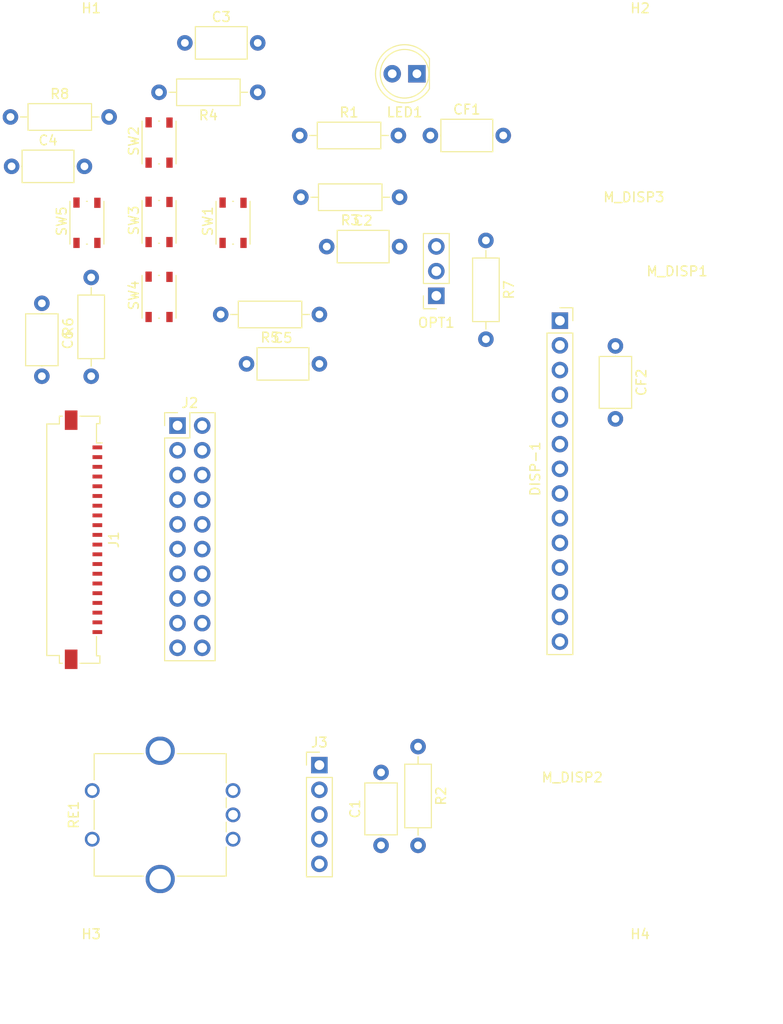
<source format=kicad_pcb>
(kicad_pcb (version 20221018) (generator pcbnew)
  (title_block (title "MuKOB UI Board") (company "Silky Design - AES"))
  (layers (0 "F.Cu" signal) (31 "B.Cu" signal) (34 "B.Paste" user) (35 "F.Paste" user) (36 "B.SilkS" user "B.Silkscreen") (37 "F.SilkS" user "F.Silkscreen") (38 "B.Mask" user) (39 "F.Mask" user) (44 "Edge.Cuts" user))
  (net 0 "")
  (net 1 "/SW_MTRX")
  (net 2 "GND")
  (net 3 "+3.3V")
  (net 4 "/DISP_CS-")
  (net 5 "/DISP_RST-")
  (net 6 "/DISP_D{slash}C-")
  (net 7 "/DISP_MOSI")
  (net 8 "/DISP_SCK")
  (net 9 "Net-(DISP-1-LED_BL)")
  (net 10 "/DISP_MISO")
  (net 11 "/TCH_CLK")
  (net 12 "/TCH_CS-")
  (net 13 "/TCH_MOSI")
  (net 14 "/TCH_MISO")
  (net 15 "/TCH_IRQ-")
  (net 16 "/DISP_BL_LED")
  (net 17 "/SD_TP_EX_SCK")
  (net 18 "/SD_TP_EX_MOSI")
  (net 19 "/SD_TP_EX_MISO")
  (net 20 "/RE_A")
  (net 21 "/RE_B")
  (net 22 "Net-(LED1-A)")
  (net 23 "Net-(OPT1-Pin_3)")
  (net 24 "Net-(R3-Pad2)")
  (net 25 "Net-(R4-Pad2)")
  (net 26 "Net-(R5-Pad2)")
  (net 27 "Net-(R6-Pad2)")
  (net 28 "Net-(R8-Pad2)")
  (footprint "Resistor_THT:R_Axial_DIN0207_L6.3mm_D2.5mm_P10.16mm_Horizontal" (layer "F.Cu") (at 86.995 113.665 -90)
    (fp_text reference "R2" (at 5.08 -2.37 90) (layer "F.SilkS"))
    (fp_text value "10k")
    (fp_line (start 1.04 0) (end 1.81 0) (stroke (width 0.12)) (layer "F.SilkS"))
    (fp_line (start 1.81 -1.37) (end 1.81 1.37) (stroke (width 0.12)) (layer "F.SilkS"))
    (fp_line (start 1.81 1.37) (end 8.35 1.37) (stroke (width 0.12)) (layer "F.SilkS"))
    (fp_line (start 8.35 -1.37) (end 1.81 -1.37) (stroke (width 0.12)) (layer "F.SilkS"))
    (fp_line (start 8.35 1.37) (end 8.35 -1.37) (stroke (width 0.12)) (layer "F.SilkS"))
    (fp_line (start 9.12 0) (end 8.35 0) (stroke (width 0.12)) (layer "F.SilkS"))
    (pad "1" thru_hole circle (at 0 0 270) (size 1.6 1.6) (drill 0.8) (layers "*.Cu" "*.Mask") (net 3 "+3.3V"))
    (pad "2" thru_hole oval (at 10.16 0 270) (size 1.6 1.6) (drill 0.8) (layers "*.Cu" "*.Mask") (net 1 "/SW_MTRX"))
  )
  (footprint "Button_Switch_SMD:SW_Push_1P1T_NO_Vertical_Wuerth_434133025816" (layer "F.Cu") (at 60.325 51.52 90)
    (fp_text reference "SW2" (at 0.15 -2.6 90) (layer "F.SilkS"))
    (fp_text value "LF")
    (fp_line (start -2.2 0.05) (end -2.2 -0.05) (stroke (width 0.12)) (layer "F.SilkS"))
    (fp_line (start -2.2 1.75) (end 2.2 1.75) (stroke (width 0.12)) (layer "F.SilkS"))
    (fp_line (start 2.2 -1.75) (end -2.2 -1.75) (stroke (width 0.12)) (layer "F.SilkS"))
    (fp_line (start 2.2 0.05) (end 2.2 -0.05) (stroke (width 0.12)) (layer "F.SilkS"))
    (pad "1" smd rect (at -2.075 -1.075 90) (size 1.05 0.65) (layers "F.Cu" "F.Paste" "F.Mask") (net 1 "/SW_MTRX"))
    (pad "1" smd rect (at 2.075 -1.075 90) (size 1.05 0.65) (layers "F.Cu" "F.Paste" "F.Mask") (net 1 "/SW_MTRX"))
    (pad "2" smd rect (at -2.075 1.075 90) (size 1.05 0.65) (layers "F.Cu" "F.Paste" "F.Mask") (net 25 "Net-(R4-Pad2)"))
    (pad "2" smd rect (at 2.05 1.075 90) (size 1.05 0.65) (layers "F.Cu" "F.Paste" "F.Mask") (net 25 "Net-(R4-Pad2)"))
  )
  (footprint "MountingHole:MountingHole_3.2mm_M3" (layer "F.Cu") (at 109.855 137.16)
    (fp_text reference "H4" (at 0 -4.2) (layer "F.SilkS"))
    (fp_text value "MountingHole")
    (pad "" np_thru_hole circle (at 0 0) (size 3.2 3.2) (drill 3.2) (layers "*.Cu" "*.Mask"))
  )
  (footprint "LED_THT:LED_D5.0mm" (layer "F.Cu") (at 86.875 44.45 180)
    (fp_text reference "LED1" (at 1.27 -3.96) (layer "F.SilkS"))
    (fp_text value "PWR")
    (fp_line (start -1.29 -1.545) (end -1.29 1.545) (stroke (width 0.12)) (layer "F.SilkS"))
    (fp_arc (start -1.29 -1.54483) (mid 2.072002 -2.880433) (end 4.26 0.000462) (stroke (width 0.12)) (layer "F.SilkS"))
    (fp_arc (start 4.26 -0.000462) (mid 2.072002 2.880433) (end -1.29 1.54483) (stroke (width 0.12)) (layer "F.SilkS"))
    (fp_circle (center 1.27 0) (end 3.77 0) (stroke (width 0.12)) (fill none) (layer "F.SilkS"))
    (pad "1" thru_hole rect (at 0 0 180) (size 1.8 1.8) (drill 0.9) (layers "*.Cu" "*.Mask") (net 2 "GND"))
    (pad "2" thru_hole circle (at 2.54 0 180) (size 1.8 1.8) (drill 0.9) (layers "*.Cu" "*.Mask") (net 22 "Net-(LED1-A)"))
  )
  (footprint "Connector_PinSocket_2.54mm:PinSocket_1x03_P2.54mm_Vertical" (layer "F.Cu") (at 88.875 67.295 180)
    (fp_text reference "OPT1" (at 0 -2.77) (layer "F.SilkS"))
    (fp_text value "Conn_01x03")
    (fp_line (start -1.33 1.27) (end -1.33 6.41) (stroke (width 0.12)) (layer "F.SilkS"))
    (fp_line (start -1.33 1.27) (end 1.33 1.27) (stroke (width 0.12)) (layer "F.SilkS"))
    (fp_line (start -1.33 6.41) (end 1.33 6.41) (stroke (width 0.12)) (layer "F.SilkS"))
    (fp_line (start 0 -1.33) (end 1.33 -1.33) (stroke (width 0.12)) (layer "F.SilkS"))
    (fp_line (start 1.33 -1.33) (end 1.33 0) (stroke (width 0.12)) (layer "F.SilkS"))
    (fp_line (start 1.33 1.27) (end 1.33 6.41) (stroke (width 0.12)) (layer "F.SilkS"))
    (pad "1" thru_hole rect (at 0 0 180) (size 1.7 1.7) (drill 1) (layers "*.Cu" "*.Mask") (net 16 "/DISP_BL_LED"))
    (pad "2" thru_hole oval (at 0 2.54 180) (size 1.7 1.7) (drill 1) (layers "*.Cu" "*.Mask") (net 9 "Net-(DISP-1-LED_BL)"))
    (pad "3" thru_hole oval (at 0 5.08 180) (size 1.7 1.7) (drill 1) (layers "*.Cu" "*.Mask") (net 23 "Net-(OPT1-Pin_3)"))
  )
  (footprint "Rotary_Encoder:RotaryEncoder_Bourns_Vertical_PEC12R-3xxxF-Sxxxx" (layer "F.Cu") (at 67.945 123.19 180)
    (fp_text reference "RE1" (at 16.4 2.5 90) (layer "F.SilkS"))
    (fp_text value "RotEnc-SW")
    (fp_line (start 0.7 -3.8) (end 5.75 -3.8) (stroke (width 0.12)) (layer "F.SilkS"))
    (fp_line (start 0.7 -0.8) (end 0.7 -3.8) (stroke (width 0.12)) (layer "F.SilkS"))
    (fp_line (start 0.7 0.75) (end 0.7 1.75) (stroke (width 0.12)) (layer "F.SilkS"))
    (fp_line (start 0.7 3.25) (end 0.7 4.25) (stroke (width 0.12)) (layer "F.SilkS"))
    (fp_line (start 0.7 5.8) (end 0.7 8.8) (stroke (width 0.12)) (layer "F.SilkS"))
    (fp_line (start 5.75 8.8) (end 0.7 8.8) (stroke (width 0.12)) (layer "F.SilkS"))
    (fp_line (start 9.25 -3.8) (end 14.3 -3.8) (stroke (width 0.12)) (layer "F.SilkS"))
    (fp_line (start 14.3 -3.8) (end 14.3 -1) (stroke (width 0.12)) (layer "F.SilkS"))
    (fp_line (start 14.3 1) (end 14.3 4) (stroke (width 0.12)) (layer "F.SilkS"))
    (fp_line (start 14.3 6.1) (end 14.3 8.8) (stroke (width 0.12)) (layer "F.SilkS"))
    (fp_line (start 14.3 8.8) (end 9.25 8.8) (stroke (width 0.12)) (layer "F.SilkS"))
    (pad "A" thru_hole circle (at 0 0 90) (size 1.524 1.524) (drill 1) (layers "*.Cu" "*.Mask") (net 20 "/RE_A"))
    (pad "B" thru_hole circle (at 0 5 90) (size 1.524 1.524) (drill 1) (layers "*.Cu" "*.Mask") (net 21 "/RE_B"))
    (pad "C" thru_hole circle (at 0 2.5 90) (size 1.524 1.524) (drill 1) (layers "*.Cu" "*.Mask") (net 2 "GND"))
    (pad "S1" thru_hole circle (at 14.5 0 90) (size 1.524 1.524) (drill 1) (layers "*.Cu" "*.Mask") (net 2 "GND"))
    (pad "S2" thru_hole circle (at 14.5 5 90) (size 1.524 1.524) (drill 1) (layers "*.Cu" "*.Mask") (net 1 "/SW_MTRX"))
    (pad "SH" thru_hole oval (at 7.5 -4.1 90) (size 2.9 3) (drill oval 2.1 2.2) (layers "*.Cu" "*.Mask"))
    (pad "SH" thru_hole oval (at 7.5 9.1 90) (size 2.9 3) (drill oval 2.1 2.2) (layers "*.Cu" "*.Mask"))
  )
  (footprint "Resistor_THT:R_Axial_DIN0207_L6.3mm_D2.5mm_P10.16mm_Horizontal" (layer "F.Cu") (at 74.81 50.8)
    (fp_text reference "R1" (at 5.08 -2.37) (layer "F.SilkS"))
    (fp_text value "100")
    (fp_line (start 1.04 0) (end 1.81 0) (stroke (width 0.12)) (layer "F.SilkS"))
    (fp_line (start 1.81 -1.37) (end 1.81 1.37) (stroke (width 0.12)) (layer "F.SilkS"))
    (fp_line (start 1.81 1.37) (end 8.35 1.37) (stroke (width 0.12)) (layer "F.SilkS"))
    (fp_line (start 8.35 -1.37) (end 1.81 -1.37) (stroke (width 0.12)) (layer "F.SilkS"))
    (fp_line (start 8.35 1.37) (end 8.35 -1.37) (stroke (width 0.12)) (layer "F.SilkS"))
    (fp_line (start 9.12 0) (end 8.35 0) (stroke (width 0.12)) (layer "F.SilkS"))
    (pad "1" thru_hole circle (at 0 0) (size 1.6 1.6) (drill 0.8) (layers "*.Cu" "*.Mask") (net 3 "+3.3V"))
    (pad "2" thru_hole oval (at 10.16 0) (size 1.6 1.6) (drill 0.8) (layers "*.Cu" "*.Mask") (net 22 "Net-(LED1-A)"))
  )
  (footprint "Capacitor_THT:C_Axial_L5.1mm_D3.1mm_P7.50mm_Horizontal" (layer "F.Cu") (at 69.335 74.295)
    (fp_text reference "C5" (at 3.75 -2.67) (layer "F.SilkS"))
    (fp_text value "0.1uF")
    (fp_line (start 1.04 0) (end 1.08 0) (stroke (width 0.12)) (layer "F.SilkS"))
    (fp_line (start 1.08 -1.67) (end 1.08 1.67) (stroke (width 0.12)) (layer "F.SilkS"))
    (fp_line (start 1.08 1.67) (end 6.42 1.67) (stroke (width 0.12)) (layer "F.SilkS"))
    (fp_line (start 6.42 -1.67) (end 1.08 -1.67) (stroke (width 0.12)) (layer "F.SilkS"))
    (fp_line (start 6.42 1.67) (end 6.42 -1.67) (stroke (width 0.12)) (layer "F.SilkS"))
    (fp_line (start 6.46 0) (end 6.42 0) (stroke (width 0.12)) (layer "F.SilkS"))
    (pad "1" thru_hole circle (at 0 0) (size 1.6 1.6) (drill 0.8) (layers "*.Cu" "*.Mask") (net 1 "/SW_MTRX"))
    (pad "2" thru_hole oval (at 7.5 0) (size 1.6 1.6) (drill 0.8) (layers "*.Cu" "*.Mask") (net 2 "GND"))
  )
  (footprint "AES_Library:Amphenol_F51L_1x20_P1.00mm_Horizontal-FFC" (layer "F.Cu") (at 53.065 92.385 -90)
    (fp_text reference "J1" (at 0 -2.61 90) (layer "F.SilkS"))
    (fp_text value "Conn_01x20-FFC")
    (fp_line (start -12.71 -1.17) (end -12.71 0.88) (stroke (width 0.12)) (layer "F.SilkS"))
    (fp_line (start -12.71 2.7) (end -12.71 3) (stroke (width 0.12)) (layer "F.SilkS"))
    (fp_line (start -12.71 3) (end -11.91 3) (stroke (width 0.12)) (layer "F.SilkS"))
    (fp_line (start -11.94 -1.17) (end -12.71 -1.17) (stroke (width 0.12)) (layer "F.SilkS"))
    (fp_line (start -11.94 -0.82) (end -11.94 -1.17) (stroke (width 0.12)) (layer "F.SilkS"))
    (fp_line (start -11.91 3) (end -11.91 4.3) (stroke (width 0.12)) (layer "F.SilkS"))
    (fp_line (start -11.91 4.3) (end 11.91 4.3) (stroke (width 0.12)) (layer "F.SilkS"))
    (fp_line (start -9.96 -1.41) (end -9.96 -0.82) (stroke (width 0.12)) (layer "F.SilkS"))
    (fp_line (start -9.96 -0.82) (end -11.94 -0.82) (stroke (width 0.12)) (layer "F.SilkS"))
    (fp_line (start 11.91 3) (end 12.71 3) (stroke (width 0.12)) (layer "F.SilkS"))
    (fp_line (start 11.91 4.3) (end 11.91 3) (stroke (width 0.12)) (layer "F.SilkS"))
    (fp_line (start 11.94 -1.17) (end 11.94 -0.82) (stroke (width 0.12)) (layer "F.SilkS"))
    (fp_line (start 11.94 -0.82) (end 9.96 -0.82) (stroke (width 0.12)) (layer "F.SilkS"))
    (fp_line (start 12.71 -1.17) (end 11.94 -1.17) (stroke (width 0.12)) (layer "F.SilkS"))
    (fp_line (start 12.71 0.88) (end 12.71 -1.17) (stroke (width 0.12)) (layer "F.SilkS"))
    (fp_line (start 12.71 3) (end 12.71 2.7) (stroke (width 0.12)) (layer "F.SilkS"))
    (pad "1" smd rect (at -9.5 -0.91 270) (size 0.4 1) (layers "F.Cu" "F.Paste" "F.Mask") (net 3 "+3.3V"))
    (pad "2" smd rect (at -8.5 -0.91 270) (size 0.4 1) (layers "F.Cu" "F.Paste" "F.Mask") (net 2 "GND"))
    (pad "3" smd rect (at -7.5 -0.91 270) (size 0.4 1) (layers "F.Cu" "F.Paste" "F.Mask") (net 4 "/DISP_CS-"))
    (pad "4" smd rect (at -6.5 -0.91 270) (size 0.4 1) (layers "F.Cu" "F.Paste" "F.Mask") (net 5 "/DISP_RST-"))
    (pad "5" smd rect (at -5.5 -0.91 270) (size 0.4 1) (layers "F.Cu" "F.Paste" "F.Mask") (net 6 "/DISP_D{slash}C-"))
    (pad "6" smd rect (at -4.5 -0.91 270) (size 0.4 1) (layers "F.Cu" "F.Paste" "F.Mask") (net 7 "/DISP_MOSI"))
    (pad "7" smd rect (at -3.5 -0.91 270) (size 0.4 1) (layers "F.Cu" "F.Paste" "F.Mask") (net 8 "/DISP_SCK"))
    (pad "8" smd rect (at -2.5 -0.91 270) (size 0.4 1) (layers "F.Cu" "F.Paste" "F.Mask") (net 16 "/DISP_BL_LED"))
    (pad "9" smd rect (at -1.5 -0.91 270) (size 0.4 1) (layers "F.Cu" "F.Paste" "F.Mask") (net 10 "/DISP_MISO"))
    (pad "10" smd rect (at -0.5 -0.91 270) (size 0.4 1) (layers "F.Cu" "F.Paste" "F.Mask") (net 17 "/SD_TP_EX_SCK"))
    (pad "11" smd rect (at 0.5 -0.91 270) (size 0.4 1) (layers "F.Cu" "F.Paste" "F.Mask") (net 12 "/TCH_CS-"))
    (pad "12" smd rect (at 1.5 -0.91 270) (size 0.4 1) (layers "F.Cu" "F.Paste" "F.Mask") (net 18 "/SD_TP_EX_MOSI"))
    (pad "13" smd rect (at 2.5 -0.91 270) (size 0.4 1) (layers "F.Cu" "F.Paste" "F.Mask") (net 19 "/SD_TP_EX_MISO"))
    (pad "14" smd rect (at 3.5 -0.91 270) (size 0.4 1) (layers "F.Cu" "F.Paste" "F.Mask") (net 15 "/TCH_IRQ-"))
    (pad "15" smd rect (at 4.5 -0.91 270) (size 0.4 1) (layers "F.Cu" "F.Paste" "F.Mask") (net 20 "/RE_A"))
    (pad "16" smd rect (at 5.5 -0.91 270) (size 0.4 1) (layers "F.Cu" "F.Paste" "F.Mask") (net 2 "GND"))
    (pad "17" smd rect (at 6.5 -0.91 270) (size 0.4 1) (layers "F.Cu" "F.Paste" "F.Mask") (net 21 "/RE_B"))
    (pad "18" smd rect (at 7.5 -0.91 270) (size 0.4 1) (layers "F.Cu" "F.Paste" "F.Mask") (net 2 "GND"))
    (pad "19" smd rect (at 8.5 -0.91 270) (size 0.4 1) (layers "F.Cu" "F.Paste" "F.Mask") (net 1 "/SW_MTRX"))
    (pad "20" smd rect (at 9.5 -0.91 270) (size 0.4 1) (layers "F.Cu" "F.Paste" "F.Mask") (net 3 "+3.3V"))
    (pad "MP" smd rect (at -12.3 1.79 270) (size 2 1.3) (layers "F.Cu" "F.Paste" "F.Mask"))
    (pad "MP" smd rect (at 12.3 1.79 270) (size 2 1.3) (layers "F.Cu" "F.Paste" "F.Mask"))
  )
  (footprint "MountingHole:MountingHole_3.2mm_M3" (layer "F.Cu") (at 102.235 59.055)
    (fp_text reference "M_DISP3" (at 6.985 -1.905) (layer "F.SilkS"))
    (fp_text value "MountingHole-4_0")
    (pad "" np_thru_hole circle (at 0 0) (size 3.2 3.2) (drill 3.2) (layers "*.Cu" "*.Mask"))
  )
  (footprint "Resistor_THT:R_Axial_DIN0207_L6.3mm_D2.5mm_P10.16mm_Horizontal" (layer "F.Cu") (at 85.09 57.15 180)
    (fp_text reference "R3" (at 5.08 -2.37) (layer "F.SilkS"))
    (fp_text value "47k")
    (fp_line (start 1.04 0) (end 1.81 0) (stroke (width 0.12)) (layer "F.SilkS"))
    (fp_line (start 1.81 -1.37) (end 1.81 1.37) (stroke (width 0.12)) (layer "F.SilkS"))
    (fp_line (start 1.81 1.37) (end 8.35 1.37) (stroke (width 0.12)) (layer "F.SilkS"))
    (fp_line (start 8.35 -1.37) (end 1.81 -1.37) (stroke (width 0.12)) (layer "F.SilkS"))
    (fp_line (start 8.35 1.37) (end 8.35 -1.37) (stroke (width 0.12)) (layer "F.SilkS"))
    (fp_line (start 9.12 0) (end 8.35 0) (stroke (width 0.12)) (layer "F.SilkS"))
    (pad "1" thru_hole circle (at 0 0 180) (size 1.6 1.6) (drill 0.8) (layers "*.Cu" "*.Mask") (net 2 "GND"))
    (pad "2" thru_hole oval (at 10.16 0 180) (size 1.6 1.6) (drill 0.8) (layers "*.Cu" "*.Mask") (net 24 "Net-(R3-Pad2)"))
  )
  (footprint "Capacitor_THT:C_Axial_L5.1mm_D3.1mm_P7.50mm_Horizontal" (layer "F.Cu") (at 45.145 53.975)
    (fp_text reference "C4" (at 3.75 -2.67) (layer "F.SilkS"))
    (fp_text value "0.1uF")
    (fp_line (start 1.04 0) (end 1.08 0) (stroke (width 0.12)) (layer "F.SilkS"))
    (fp_line (start 1.08 -1.67) (end 1.08 1.67) (stroke (width 0.12)) (layer "F.SilkS"))
    (fp_line (start 1.08 1.67) (end 6.42 1.67) (stroke (width 0.12)) (layer "F.SilkS"))
    (fp_line (start 6.42 -1.67) (end 1.08 -1.67) (stroke (width 0.12)) (layer "F.SilkS"))
    (fp_line (start 6.42 1.67) (end 6.42 -1.67) (stroke (width 0.12)) (layer "F.SilkS"))
    (fp_line (start 6.46 0) (end 6.42 0) (stroke (width 0.12)) (layer "F.SilkS"))
    (pad "1" thru_hole circle (at 0 0) (size 1.6 1.6) (drill 0.8) (layers "*.Cu" "*.Mask") (net 1 "/SW_MTRX"))
    (pad "2" thru_hole oval (at 7.5 0) (size 1.6 1.6) (drill 0.8) (layers "*.Cu" "*.Mask") (net 2 "GND"))
  )
  (footprint "MountingHole:MountingHole_3.2mm_M3" (layer "F.Cu") (at 106.68 64.77)
    (fp_text reference "M_DISP1" (at 6.985 0) (layer "F.SilkS"))
    (fp_text value "MountingHole-2_8")
    (pad "" np_thru_hole circle (at 0 0) (size 3.2 3.2) (drill 3.2) (layers "*.Cu" "*.Mask"))
  )
  (footprint "Connector_PinHeader_2.54mm:PinHeader_1x05_P2.54mm_Vertical" (layer "F.Cu") (at 76.835 115.57)
    (fp_text reference "J3" (at 0 -2.33) (layer "F.SilkS"))
    (fp_text value "SW_MATRIX-Conn")
    (fp_line (start -1.33 -1.33) (end 0 -1.33) (stroke (width 0.12)) (layer "F.SilkS"))
    (fp_line (start -1.33 0) (end -1.33 -1.33) (stroke (width 0.12)) (layer "F.SilkS"))
    (fp_line (start -1.33 1.27) (end -1.33 11.49) (stroke (width 0.12)) (layer "F.SilkS"))
    (fp_line (start -1.33 1.27) (end 1.33 1.27) (stroke (width 0.12)) (layer "F.SilkS"))
    (fp_line (start -1.33 11.49) (end 1.33 11.49) (stroke (width 0.12)) (layer "F.SilkS"))
    (fp_line (start 1.33 1.27) (end 1.33 11.49) (stroke (width 0.12)) (layer "F.SilkS"))
    (pad "1" thru_hole rect (at 0 0) (size 1.7 1.7) (drill 1) (layers "*.Cu" "*.Mask") (net 20 "/RE_A"))
    (pad "2" thru_hole oval (at 0 2.54) (size 1.7 1.7) (drill 1) (layers "*.Cu" "*.Mask") (net 2 "GND"))
    (pad "3" thru_hole oval (at 0 5.08) (size 1.7 1.7) (drill 1) (layers "*.Cu" "*.Mask") (net 21 "/RE_B"))
    (pad "4" thru_hole oval (at 0 7.62) (size 1.7 1.7) (drill 1) (layers "*.Cu" "*.Mask") (net 1 "/SW_MTRX"))
    (pad "5" thru_hole oval (at 0 10.16) (size 1.7 1.7) (drill 1) (layers "*.Cu" "*.Mask") (net 2 "GND"))
  )
  (footprint "Capacitor_THT:C_Axial_L5.1mm_D3.1mm_P7.50mm_Horizontal" (layer "F.Cu") (at 83.185 123.825 90)
    (fp_text reference "C1" (at 3.75 -2.67 90) (layer "F.SilkS"))
    (fp_text value "0.1uF")
    (fp_line (start 1.04 0) (end 1.08 0) (stroke (width 0.12)) (layer "F.SilkS"))
    (fp_line (start 1.08 -1.67) (end 1.08 1.67) (stroke (width 0.12)) (layer "F.SilkS"))
    (fp_line (start 1.08 1.67) (end 6.42 1.67) (stroke (width 0.12)) (layer "F.SilkS"))
    (fp_line (start 6.42 -1.67) (end 1.08 -1.67) (stroke (width 0.12)) (layer "F.SilkS"))
    (fp_line (start 6.42 1.67) (end 6.42 -1.67) (stroke (width 0.12)) (layer "F.SilkS"))
    (fp_line (start 6.46 0) (end 6.42 0) (stroke (width 0.12)) (layer "F.SilkS"))
    (pad "1" thru_hole circle (at 0 0 90) (size 1.6 1.6) (drill 0.8) (layers "*.Cu" "*.Mask") (net 1 "/SW_MTRX"))
    (pad "2" thru_hole oval (at 7.5 0 90) (size 1.6 1.6) (drill 0.8) (layers "*.Cu" "*.Mask") (net 2 "GND"))
  )
  (footprint "Capacitor_THT:C_Axial_L5.1mm_D3.1mm_P7.50mm_Horizontal" (layer "F.Cu") (at 77.59 62.23)
    (fp_text reference "C2" (at 3.75 -2.67) (layer "F.SilkS"))
    (fp_text value "0.1uF")
    (fp_line (start 1.04 0) (end 1.08 0) (stroke (width 0.12)) (layer "F.SilkS"))
    (fp_line (start 1.08 -1.67) (end 1.08 1.67) (stroke (width 0.12)) (layer "F.SilkS"))
    (fp_line (start 1.08 1.67) (end 6.42 1.67) (stroke (width 0.12)) (layer "F.SilkS"))
    (fp_line (start 6.42 -1.67) (end 1.08 -1.67) (stroke (width 0.12)) (layer "F.SilkS"))
    (fp_line (start 6.42 1.67) (end 6.42 -1.67) (stroke (width 0.12)) (layer "F.SilkS"))
    (fp_line (start 6.46 0) (end 6.42 0) (stroke (width 0.12)) (layer "F.SilkS"))
    (pad "1" thru_hole circle (at 0 0) (size 1.6 1.6) (drill 0.8) (layers "*.Cu" "*.Mask") (net 1 "/SW_MTRX"))
    (pad "2" thru_hole oval (at 7.5 0) (size 1.6 1.6) (drill 0.8) (layers "*.Cu" "*.Mask") (net 2 "GND"))
  )
  (footprint "Resistor_THT:R_Axial_DIN0207_L6.3mm_D2.5mm_P10.16mm_Horizontal" (layer "F.Cu") (at 70.485 46.355 180)
    (fp_text reference "R4" (at 5.08 -2.37) (layer "F.SilkS"))
    (fp_text value "15k")
    (fp_line (start 1.04 0) (end 1.81 0) (stroke (width 0.12)) (layer "F.SilkS"))
    (fp_line (start 1.81 -1.37) (end 1.81 1.37) (stroke (width 0.12)) (layer "F.SilkS"))
    (fp_line (start 1.81 1.37) (end 8.35 1.37) (stroke (width 0.12)) (layer "F.SilkS"))
    (fp_line (start 8.35 -1.37) (end 1.81 -1.37) (stroke (width 0.12)) (layer "F.SilkS"))
    (fp_line (start 8.35 1.37) (end 8.35 -1.37) (stroke (width 0.12)) (layer "F.SilkS"))
    (fp_line (start 9.12 0) (end 8.35 0) (stroke (width 0.12)) (layer "F.SilkS"))
    (pad "1" thru_hole circle (at 0 0 180) (size 1.6 1.6) (drill 0.8) (layers "*.Cu" "*.Mask") (net 2 "GND"))
    (pad "2" thru_hole oval (at 10.16 0 180) (size 1.6 1.6) (drill 0.8) (layers "*.Cu" "*.Mask") (net 25 "Net-(R4-Pad2)"))
  )
  (footprint "Resistor_THT:R_Axial_DIN0207_L6.3mm_D2.5mm_P10.16mm_Horizontal" (layer "F.Cu") (at 93.98 61.595 -90)
    (fp_text reference "R7" (at 5.08 -2.37 90) (layer "F.SilkS"))
    (fp_text value "100")
    (fp_line (start 1.04 0) (end 1.81 0) (stroke (width 0.12)) (layer "F.SilkS"))
    (fp_line (start 1.81 -1.37) (end 1.81 1.37) (stroke (width 0.12)) (layer "F.SilkS"))
    (fp_line (start 1.81 1.37) (end 8.35 1.37) (stroke (width 0.12)) (layer "F.SilkS"))
    (fp_line (start 8.35 -1.37) (end 1.81 -1.37) (stroke (width 0.12)) (layer "F.SilkS"))
    (fp_line (start 8.35 1.37) (end 8.35 -1.37) (stroke (width 0.12)) (layer "F.SilkS"))
    (fp_line (start 9.12 0) (end 8.35 0) (stroke (width 0.12)) (layer "F.SilkS"))
    (pad "1" thru_hole circle (at 0 0 270) (size 1.6 1.6) (drill 0.8) (layers "*.Cu" "*.Mask") (net 3 "+3.3V"))
    (pad "2" thru_hole oval (at 10.16 0 270) (size 1.6 1.6) (drill 0.8) (layers "*.Cu" "*.Mask") (net 23 "Net-(OPT1-Pin_3)"))
  )
  (footprint "MountingHole:MountingHole_3.2mm_M3" (layer "F.Cu") (at 53.34 41.91)
    (fp_text reference "H1" (at 0 -4.2) (layer "F.SilkS"))
    (fp_text value "MountingHole")
    (pad "" np_thru_hole circle (at 0 0) (size 3.2 3.2) (drill 3.2) (layers "*.Cu" "*.Mask"))
  )
  (footprint "MountingHole:MountingHole_3.2mm_M3" (layer "F.Cu") (at 53.34 137.16)
    (fp_text reference "H3" (at 0 -4.2) (layer "F.SilkS"))
    (fp_text value "MountingHole")
    (pad "" np_thru_hole circle (at 0 0) (size 3.2 3.2) (drill 3.2) (layers "*.Cu" "*.Mask"))
  )
  (footprint "Capacitor_THT:C_Axial_L5.1mm_D3.1mm_P7.50mm_Horizontal" (layer "F.Cu") (at 48.26 68.065 -90)
    (fp_text reference "C6" (at 3.75 -2.67 90) (layer "F.SilkS"))
    (fp_text value "0.1uF")
    (fp_line (start 1.04 0) (end 1.08 0) (stroke (width 0.12)) (layer "F.SilkS"))
    (fp_line (start 1.08 -1.67) (end 1.08 1.67) (stroke (width 0.12)) (layer "F.SilkS"))
    (fp_line (start 1.08 1.67) (end 6.42 1.67) (stroke (width 0.12)) (layer "F.SilkS"))
    (fp_line (start 6.42 -1.67) (end 1.08 -1.67) (stroke (width 0.12)) (layer "F.SilkS"))
    (fp_line (start 6.42 1.67) (end 6.42 -1.67) (stroke (width 0.12)) (layer "F.SilkS"))
    (fp_line (start 6.46 0) (end 6.42 0) (stroke (width 0.12)) (layer "F.SilkS"))
    (pad "1" thru_hole circle (at 0 0 270) (size 1.6 1.6) (drill 0.8) (layers "*.Cu" "*.Mask") (net 1 "/SW_MTRX"))
    (pad "2" thru_hole oval (at 7.5 0 270) (size 1.6 1.6) (drill 0.8) (layers "*.Cu" "*.Mask") (net 2 "GND"))
  )
  (footprint "Capacitor_THT:C_Axial_L5.1mm_D3.1mm_P7.50mm_Horizontal" (layer "F.Cu") (at 88.265 50.8)
    (fp_text reference "CF1" (at 3.75 -2.67) (layer "F.SilkS"))
    (fp_text value "0.1uF")
    (fp_line (start 1.04 0) (end 1.08 0) (stroke (width 0.12)) (layer "F.SilkS"))
    (fp_line (start 1.08 -1.67) (end 1.08 1.67) (stroke (width 0.12)) (layer "F.SilkS"))
    (fp_line (start 1.08 1.67) (end 6.42 1.67) (stroke (width 0.12)) (layer "F.SilkS"))
    (fp_line (start 6.42 -1.67) (end 1.08 -1.67) (stroke (width 0.12)) (layer "F.SilkS"))
    (fp_line (start 6.42 1.67) (end 6.42 -1.67) (stroke (width 0.12)) (layer "F.SilkS"))
    (fp_line (start 6.46 0) (end 6.42 0) (stroke (width 0.12)) (layer "F.SilkS"))
    (pad "1" thru_hole circle (at 0 0) (size 1.6 1.6) (drill 0.8) (layers "*.Cu" "*.Mask") (net 3 "+3.3V"))
    (pad "2" thru_hole oval (at 7.5 0) (size 1.6 1.6) (drill 0.8) (layers "*.Cu" "*.Mask") (net 2 "GND"))
  )
  (footprint "Resistor_THT:R_Axial_DIN0207_L6.3mm_D2.5mm_P10.16mm_Horizontal" (layer "F.Cu") (at 76.835 69.215 180)
    (fp_text reference "R5" (at 5.08 -2.37) (layer "F.SilkS"))
    (fp_text value "28k")
    (fp_line (start 1.04 0) (end 1.81 0) (stroke (width 0.12)) (layer "F.SilkS"))
    (fp_line (start 1.81 -1.37) (end 1.81 1.37) (stroke (width 0.12)) (layer "F.SilkS"))
    (fp_line (start 1.81 1.37) (end 8.35 1.37) (stroke (width 0.12)) (layer "F.SilkS"))
    (fp_line (start 8.35 -1.37) (end 1.81 -1.37) (stroke (width 0.12)) (layer "F.SilkS"))
    (fp_line (start 8.35 1.37) (end 8.35 -1.37) (stroke (width 0.12)) (layer "F.SilkS"))
    (fp_line (start 9.12 0) (end 8.35 0) (stroke (width 0.12)) (layer "F.SilkS"))
    (pad "1" thru_hole circle (at 0 0 180) (size 1.6 1.6) (drill 0.8) (layers "*.Cu" "*.Mask") (net 2 "GND"))
    (pad "2" thru_hole oval (at 10.16 0 180) (size 1.6 1.6) (drill 0.8) (layers "*.Cu" "*.Mask") (net 26 "Net-(R5-Pad2)"))
  )
  (footprint "Connector_PinSocket_2.54mm:PinSocket_1x14_P2.54mm_Vertical" (layer "F.Cu") (at 101.6 69.85)
    (fp_text reference "DISP-1" (at -2.54 15.24 -90) (layer "F.SilkS"))
    (fp_text value "TFT-SPI w/Touch 9/5")
    (fp_line (start -1.33 1.27) (end -1.33 34.35) (stroke (width 0.12)) (layer "F.SilkS"))
    (fp_line (start -1.33 1.27) (end 1.33 1.27) (stroke (width 0.12)) (layer "F.SilkS"))
    (fp_line (start -1.33 34.35) (end 1.33 34.35) (stroke (width 0.12)) (layer "F.SilkS"))
    (fp_line (start 0 -1.33) (end 1.33 -1.33) (stroke (width 0.12)) (layer "F.SilkS"))
    (fp_line (start 1.33 -1.33) (end 1.33 0) (stroke (width 0.12)) (layer "F.SilkS"))
    (fp_line (start 1.33 1.27) (end 1.33 34.35) (stroke (width 0.12)) (layer "F.SilkS"))
    (pad "1" thru_hole rect (at 0 0) (size 1.7 1.7) (drill 1) (layers "*.Cu" "*.Mask") (net 3 "+3.3V"))
    (pad "2" thru_hole oval (at 0 2.54) (size 1.7 1.7) (drill 1) (layers "*.Cu" "*.Mask") (net 2 "GND"))
    (pad "3" thru_hole oval (at 0 5.08) (size 1.7 1.7) (drill 1) (layers "*.Cu" "*.Mask") (net 4 "/DISP_CS-"))
    (pad "4" thru_hole oval (at 0 7.62) (size 1.7 1.7) (drill 1) (layers "*.Cu" "*.Mask") (net 5 "/DISP_RST-"))
    (pad "5" thru_hole oval (at 0 10.16) (size 1.7 1.7) (drill 1) (layers "*.Cu" "*.Mask") (net 6 "/DISP_D{slash}C-"))
    (pad "6" thru_hole oval (at 0 12.7) (size 1.7 1.7) (drill 1) (layers "*.Cu" "*.Mask") (net 7 "/DISP_MOSI"))
    (pad "7" thru_hole oval (at 0 15.24) (size 1.7 1.7) (drill 1) (layers "*.Cu" "*.Mask") (net 8 "/DISP_SCK"))
    (pad "8" thru_hole oval (at 0 17.78) (size 1.7 1.7) (drill 1) (layers "*.Cu" "*.Mask") (net 9 "Net-(DISP-1-LED_BL)"))
    (pad "9" thru_hole oval (at 0 20.32) (size 1.7 1.7) (drill 1) (layers "*.Cu" "*.Mask") (net 10 "/DISP_MISO"))
    (pad "10" thru_hole oval (at 0 22.86) (size 1.7 1.7) (drill 1) (layers "*.Cu" "*.Mask") (net 11 "/TCH_CLK"))
    (pad "11" thru_hole oval (at 0 25.4) (size 1.7 1.7) (drill 1) (layers "*.Cu" "*.Mask") (net 12 "/TCH_CS-"))
    (pad "12" thru_hole oval (at 0 27.94) (size 1.7 1.7) (drill 1) (layers "*.Cu" "*.Mask") (net 13 "/TCH_MOSI"))
    (pad "13" thru_hole oval (at 0 30.48) (size 1.7 1.7) (drill 1) (layers "*.Cu" "*.Mask") (net 14 "/TCH_MISO"))
    (pad "14" thru_hole oval (at 0 33.02) (size 1.7 1.7) (drill 1) (layers "*.Cu" "*.Mask") (net 15 "/TCH_IRQ-"))
  )
  (footprint "Button_Switch_SMD:SW_Push_1P1T_NO_Vertical_Wuerth_434133025816" (layer "F.Cu") (at 60.325 59.69 90)
    (fp_text reference "SW3" (at 0.15 -2.6 90) (layer "F.SilkS"))
    (fp_text value "EN")
    (fp_line (start -2.2 0.05) (end -2.2 -0.05) (stroke (width 0.12)) (layer "F.SilkS"))
    (fp_line (start -2.2 1.75) (end 2.2 1.75) (stroke (width 0.12)) (layer "F.SilkS"))
    (fp_line (start 2.2 -1.75) (end -2.2 -1.75) (stroke (width 0.12)) (layer "F.SilkS"))
    (fp_line (start 2.2 0.05) (end 2.2 -0.05) (stroke (width 0.12)) (layer "F.SilkS"))
    (pad "1" smd rect (at -2.075 -1.075 90) (size 1.05 0.65) (layers "F.Cu" "F.Paste" "F.Mask") (net 1 "/SW_MTRX"))
    (pad "1" smd rect (at 2.075 -1.075 90) (size 1.05 0.65) (layers "F.Cu" "F.Paste" "F.Mask") (net 1 "/SW_MTRX"))
    (pad "2" smd rect (at -2.075 1.075 90) (size 1.05 0.65) (layers "F.Cu" "F.Paste" "F.Mask") (net 28 "Net-(R8-Pad2)"))
    (pad "2" smd rect (at 2.05 1.075 90) (size 1.05 0.65) (layers "F.Cu" "F.Paste" "F.Mask") (net 28 "Net-(R8-Pad2)"))
  )
  (footprint "Capacitor_THT:C_Axial_L5.1mm_D3.1mm_P7.50mm_Horizontal" (layer "F.Cu") (at 62.985 41.275)
    (fp_text reference "C3" (at 3.75 -2.67) (layer "F.SilkS"))
    (fp_text value "0.1uF")
    (fp_line (start 1.04 0) (end 1.08 0) (stroke (width 0.12)) (layer "F.SilkS"))
    (fp_line (start 1.08 -1.67) (end 1.08 1.67) (stroke (width 0.12)) (layer "F.SilkS"))
    (fp_line (start 1.08 1.67) (end 6.42 1.67) (stroke (width 0.12)) (layer "F.SilkS"))
    (fp_line (start 6.42 -1.67) (end 1.08 -1.67) (stroke (width 0.12)) (layer "F.SilkS"))
    (fp_line (start 6.42 1.67) (end 6.42 -1.67) (stroke (width 0.12)) (layer "F.SilkS"))
    (fp_line (start 6.46 0) (end 6.42 0) (stroke (width 0.12)) (layer "F.SilkS"))
    (pad "1" thru_hole circle (at 0 0) (size 1.6 1.6) (drill 0.8) (layers "*.Cu" "*.Mask") (net 1 "/SW_MTRX"))
    (pad "2" thru_hole oval (at 7.5 0) (size 1.6 1.6) (drill 0.8) (layers "*.Cu" "*.Mask") (net 2 "GND"))
  )
  (footprint "MountingHole:MountingHole_3.2mm_M3" (layer "F.Cu") (at 109.855 41.91)
    (fp_text reference "H2" (at 0 -4.2) (layer "F.SilkS"))
    (fp_text value "MountingHole")
    (pad "" np_thru_hole circle (at 0 0) (size 3.2 3.2) (drill 3.2) (layers "*.Cu" "*.Mask"))
  )
  (footprint "MountingHole:MountingHole_3.2mm_M3" (layer "F.Cu") (at 102.87 111.76)
    (fp_text reference "M_DISP2" (at 0 5.08) (layer "F.SilkS"))
    (fp_text value "MountingHole-3_5")
    (pad "" np_thru_hole circle (at 0 0) (size 3.2 3.2) (drill 3.2) (layers "*.Cu" "*.Mask"))
  )
  (footprint "Resistor_THT:R_Axial_DIN0207_L6.3mm_D2.5mm_P10.16mm_Horizontal" (layer "F.Cu") (at 45.025 48.895)
    (fp_text reference "R8" (at 5.08 -2.37) (layer "F.SilkS"))
    (fp_text value "2.2k")
    (fp_line (start 1.04 0) (end 1.81 0) (stroke (width 0.12)) (layer "F.SilkS"))
    (fp_line (start 1.81 -1.37) (end 1.81 1.37) (stroke (width 0.12)) (layer "F.SilkS"))
    (fp_line (start 1.81 1.37) (end 8.35 1.37) (stroke (width 0.12)) (layer "F.SilkS"))
    (fp_line (start 8.35 -1.37) (end 1.81 -1.37) (stroke (width 0.12)) (layer "F.SilkS"))
    (fp_line (start 8.35 1.37) (end 8.35 -1.37) (stroke (width 0.12)) (layer "F.SilkS"))
    (fp_line (start 9.12 0) (end 8.35 0) (stroke (width 0.12)) (layer "F.SilkS"))
    (pad "1" thru_hole circle (at 0 0) (size 1.6 1.6) (drill 0.8) (layers "*.Cu" "*.Mask") (net 2 "GND"))
    (pad "2" thru_hole oval (at 10.16 0) (size 1.6 1.6) (drill 0.8) (layers "*.Cu" "*.Mask") (net 28 "Net-(R8-Pad2)"))
  )
  (footprint "Connector_PinHeader_2.54mm:PinHeader_2x10_P2.54mm_Vertical" (layer "F.Cu") (at 62.23 80.645)
    (fp_text reference "J2" (at 1.27 -2.33) (layer "F.SilkS"))
    (fp_text value "UI 20-Ribbon")
    (fp_line (start -1.33 -1.33) (end 0 -1.33) (stroke (width 0.12)) (layer "F.SilkS"))
    (fp_line (start -1.33 0) (end -1.33 -1.33) (stroke (width 0.12)) (layer "F.SilkS"))
    (fp_line (start -1.33 1.27) (end -1.33 24.19) (stroke (width 0.12)) (layer "F.SilkS"))
    (fp_line (start -1.33 1.27) (end 1.27 1.27) (stroke (width 0.12)) (layer "F.SilkS"))
    (fp_line (start -1.33 24.19) (end 3.87 24.19) (stroke (width 0.12)) (layer "F.SilkS"))
    (fp_line (start 1.27 -1.33) (end 3.87 -1.33) (stroke (width 0.12)) (layer "F.SilkS"))
    (fp_line (start 1.27 1.27) (end 1.27 -1.33) (stroke (width 0.12)) (layer "F.SilkS"))
    (fp_line (start 3.87 -1.33) (end 3.87 24.19) (stroke (width 0.12)) (layer "F.SilkS"))
    (pad "1" thru_hole rect (at 0 0) (size 1.7 1.7) (drill 1) (layers "*.Cu" "*.Mask") (net 20 "/RE_A"))
    (pad "2" thru_hole oval (at 2.54 0) (size 1.7 1.7) (drill 1) (layers "*.Cu" "*.Mask") (net 3 "+3.3V"))
    (pad "3" thru_hole oval (at 0 2.54) (size 1.7 1.7) (drill 1) (layers "*.Cu" "*.Mask") (net 2 "GND"))
    (pad "4" thru_hole oval (at 2.54 2.54) (size 1.7 1.7) (drill 1) (layers "*.Cu" "*.Mask") (net 2 "GND"))
    (pad "5" thru_hole oval (at 0 5.08) (size 1.7 1.7) (drill 1) (layers "*.Cu" "*.Mask") (net 21 "/RE_B"))
    (pad "6" thru_hole oval (at 2.54 5.08) (size 1.7 1.7) (drill 1) (layers "*.Cu" "*.Mask") (net 4 "/DISP_CS-"))
    (pad "7" thru_hole oval (at 0 7.62) (size 1.7 1.7) (drill 1) (layers "*.Cu" "*.Mask") (net 2 "GND"))
    (pad "8" thru_hole oval (at 2.54 7.62) (size 1.7 1.7) (drill 1) (layers "*.Cu" "*.Mask") (net 5 "/DISP_RST-"))
    (pad "9" thru_hole oval (at 0 10.16) (size 1.7 1.7) (drill 1) (layers "*.Cu" "*.Mask") (net 1 "/SW_MTRX"))
    (pad "10" thru_hole oval (at 2.54 10.16) (size 1.7 1.7) (drill 1) (layers "*.Cu" "*.Mask") (net 6 "/DISP_D{slash}C-"))
    (pad "11" thru_hole oval (at 0 12.7) (size 1.7 1.7) (drill 1) (layers "*.Cu" "*.Mask") (net 3 "+3.3V"))
    (pad "12" thru_hole oval (at 2.54 12.7) (size 1.7 1.7) (drill 1) (layers "*.Cu" "*.Mask") (net 7 "/DISP_MOSI"))
    (pad "13" thru_hole oval (at 0 15.24) (size 1.7 1.7) (drill 1) (layers "*.Cu" "*.Mask") (net 12 "/TCH_CS-"))
    (pad "14" thru_hole oval (at 2.54 15.24) (size 1.7 1.7) (drill 1) (layers "*.Cu" "*.Mask") (net 8 "/DISP_SCK"))
    (pad "15" thru_hole oval (at 0 17.78) (size 1.7 1.7) (drill 1) (layers "*.Cu" "*.Mask") (net 18 "/SD_TP_EX_MOSI"))
    (pad "16" thru_hole oval (at 2.54 17.78) (size 1.7 1.7) (drill 1) (layers "*.Cu" "*.Mask") (net 16 "/DISP_BL_LED"))
    (pad "17" thru_hole oval (at 0 20.32) (size 1.7 1.7) (drill 1) (layers "*.Cu" "*.Mask") (net 19 "/SD_TP_EX_MISO"))
    (pad "18" thru_hole oval (at 2.54 20.32) (size 1.7 1.7) (drill 1) (layers "*.Cu" "*.Mask") (net 10 "/DISP_MISO"))
    (pad "19" thru_hole oval (at 0 22.86) (size 1.7 1.7) (drill 1) (layers "*.Cu" "*.Mask") (net 15 "/TCH_IRQ-"))
    (pad "20" thru_hole oval (at 2.54 22.86) (size 1.7 1.7) (drill 1) (layers "*.Cu" "*.Mask") (net 17 "/SD_TP_EX_SCK"))
  )
  (footprint "Button_Switch_SMD:SW_Push_1P1T_NO_Vertical_Wuerth_434133025816" (layer "F.Cu") (at 52.9 59.775 90)
    (fp_text reference "SW5" (at 0.15 -2.6 90) (layer "F.SilkS"))
    (fp_text value "DN")
    (fp_line (start -2.2 0.05) (end -2.2 -0.05) (stroke (width 0.12)) (layer "F.SilkS"))
    (fp_line (start -2.2 1.75) (end 2.2 1.75) (stroke (width 0.12)) (layer "F.SilkS"))
    (fp_line (start 2.2 -1.75) (end -2.2 -1.75) (stroke (width 0.12)) (layer "F.SilkS"))
    (fp_line (start 2.2 0.05) (end 2.2 -0.05) (stroke (width 0.12)) (layer "F.SilkS"))
    (pad "1" smd rect (at -2.075 -1.075 90) (size 1.05 0.65) (layers "F.Cu" "F.Paste" "F.Mask") (net 1 "/SW_MTRX"))
    (pad "1" smd rect (at 2.075 -1.075 90) (size 1.05 0.65) (layers "F.Cu" "F.Paste" "F.Mask") (net 1 "/SW_MTRX"))
    (pad "2" smd rect (at -2.075 1.075 90) (size 1.05 0.65) (layers "F.Cu" "F.Paste" "F.Mask") (net 27 "Net-(R6-Pad2)"))
    (pad "2" smd rect (at 2.05 1.075 90) (size 1.05 0.65) (layers "F.Cu" "F.Paste" "F.Mask") (net 27 "Net-(R6-Pad2)"))
  )
  (footprint "Resistor_THT:R_Axial_DIN0207_L6.3mm_D2.5mm_P10.16mm_Horizontal" (layer "F.Cu") (at 53.34 75.565 90)
    (fp_text reference "R6" (at 5.08 -2.37 90) (layer "F.SilkS"))
    (fp_text value "6.8k")
    (fp_line (start 1.04 0) (end 1.81 0) (stroke (width 0.12)) (layer "F.SilkS"))
    (fp_line (start 1.81 -1.37) (end 1.81 1.37) (stroke (width 0.12)) (layer "F.SilkS"))
    (fp_line (start 1.81 1.37) (end 8.35 1.37) (stroke (width 0.12)) (layer "F.SilkS"))
    (fp_line (start 8.35 -1.37) (end 1.81 -1.37) (stroke (width 0.12)) (layer "F.SilkS"))
    (fp_line (start 8.35 1.37) (end 8.35 -1.37) (stroke (width 0.12)) (layer "F.SilkS"))
    (fp_line (start 9.12 0) (end 8.35 0) (stroke (width 0.12)) (layer "F.SilkS"))
    (pad "1" thru_hole circle (at 0 0 90) (size 1.6 1.6) (drill 0.8) (layers "*.Cu" "*.Mask") (net 2 "GND"))
    (pad "2" thru_hole oval (at 10.16 0 90) (size 1.6 1.6) (drill 0.8) (layers "*.Cu" "*.Mask") (net 27 "Net-(R6-Pad2)"))
  )
  (footprint "Button_Switch_SMD:SW_Push_1P1T_NO_Vertical_Wuerth_434133025816" (layer "F.Cu") (at 60.325 67.395 90)
    (fp_text reference "SW4" (at 0.15 -2.6 90) (layer "F.SilkS"))
    (fp_text value "RT")
    (fp_line (start -2.2 0.05) (end -2.2 -0.05) (stroke (width 0.12)) (layer "F.SilkS"))
    (fp_line (start -2.2 1.75) (end 2.2 1.75) (stroke (width 0.12)) (layer "F.SilkS"))
    (fp_line (start 2.2 -1.75) (end -2.2 -1.75) (stroke (width 0.12)) (layer "F.SilkS"))
    (fp_line (start 2.2 0.05) (end 2.2 -0.05) (stroke (width 0.12)) (layer "F.SilkS"))
    (pad "1" smd rect (at -2.075 -1.075 90) (size 1.05 0.65) (layers "F.Cu" "F.Paste" "F.Mask") (net 1 "/SW_MTRX"))
    (pad "1" smd rect (at 2.075 -1.075 90) (size 1.05 0.65) (layers "F.Cu" "F.Paste" "F.Mask") (net 1 "/SW_MTRX"))
    (pad "2" smd rect (at -2.075 1.075 90) (size 1.05 0.65) (layers "F.Cu" "F.Paste" "F.Mask") (net 26 "Net-(R5-Pad2)"))
    (pad "2" smd rect (at 2.05 1.075 90) (size 1.05 0.65) (layers "F.Cu" "F.Paste" "F.Mask") (net 26 "Net-(R5-Pad2)"))
  )
  (footprint "Button_Switch_SMD:SW_Push_1P1T_NO_Vertical_Wuerth_434133025816" (layer "F.Cu") (at 67.945 59.775 90)
    (fp_text reference "SW1" (at 0.15 -2.6 90) (layer "F.SilkS"))
    (fp_text value "UP")
    (fp_line (start -2.2 0.05) (end -2.2 -0.05) (stroke (width 0.12)) (layer "F.SilkS"))
    (fp_line (start -2.2 1.75) (end 2.2 1.75) (stroke (width 0.12)) (layer "F.SilkS"))
    (fp_line (start 2.2 -1.75) (end -2.2 -1.75) (stroke (width 0.12)) (layer "F.SilkS"))
    (fp_line (start 2.2 0.05) (end 2.2 -0.05) (stroke (width 0.12)) (layer "F.SilkS"))
    (pad "1" smd rect (at -2.075 -1.075 90) (size 1.05 0.65) (layers "F.Cu" "F.Paste" "F.Mask") (net 1 "/SW_MTRX"))
    (pad "1" smd rect (at 2.075 -1.075 90) (size 1.05 0.65) (layers "F.Cu" "F.Paste" "F.Mask") (net 1 "/SW_MTRX"))
    (pad "2" smd rect (at -2.075 1.075 90) (size 1.05 0.65) (layers "F.Cu" "F.Paste" "F.Mask") (net 24 "Net-(R3-Pad2)"))
    (pad "2" smd rect (at 2.05 1.075 90) (size 1.05 0.65) (layers "F.Cu" "F.Paste" "F.Mask") (net 24 "Net-(R3-Pad2)"))
  )
  (footprint "Capacitor_THT:C_Axial_L5.1mm_D3.1mm_P7.50mm_Horizontal" (layer "F.Cu") (at 107.315 72.45 -90)
    (fp_text reference "CF2" (at 3.75 -2.67 90) (layer "F.SilkS"))
    (fp_text value "0.1uF")
    (fp_line (start 1.04 0) (end 1.08 0) (stroke (width 0.12)) (layer "F.SilkS"))
    (fp_line (start 1.08 -1.67) (end 1.08 1.67) (stroke (width 0.12)) (layer "F.SilkS"))
    (fp_line (start 1.08 1.67) (end 6.42 1.67) (stroke (width 0.12)) (layer "F.SilkS"))
    (fp_line (start 6.42 -1.67) (end 1.08 -1.67) (stroke (width 0.12)) (layer "F.SilkS"))
    (fp_line (start 6.42 1.67) (end 6.42 -1.67) (stroke (width 0.12)) (layer "F.SilkS"))
    (fp_line (start 6.46 0) (end 6.42 0) (stroke (width 0.12)) (layer "F.SilkS"))
    (pad "1" thru_hole circle (at 0 0 270) (size 1.6 1.6) (drill 0.8) (layers "*.Cu" "*.Mask") (net 3 "+3.3V"))
    (pad "2" thru_hole oval (at 7.5 0 270) (size 1.6 1.6) (drill 0.8) (layers "*.Cu" "*.Mask") (net 2 "GND"))
  )
)
</source>
